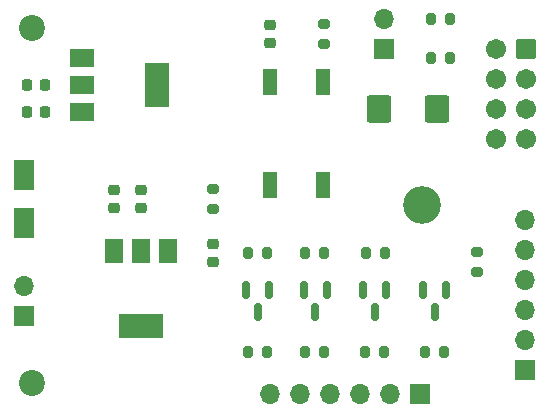
<source format=gts>
%TF.GenerationSoftware,KiCad,Pcbnew,6.0.11*%
%TF.CreationDate,2024-08-04T21:37:39+01:00*%
%TF.ProjectId,ESPboard,45535062-6f61-4726-942e-6b696361645f,rev?*%
%TF.SameCoordinates,PX87a6900PY5d04800*%
%TF.FileFunction,Soldermask,Top*%
%TF.FilePolarity,Negative*%
%FSLAX46Y46*%
G04 Gerber Fmt 4.6, Leading zero omitted, Abs format (unit mm)*
G04 Created by KiCad (PCBNEW 6.0.11) date 2024-08-04 21:37:39*
%MOMM*%
%LPD*%
G01*
G04 APERTURE LIST*
G04 Aperture macros list*
%AMRoundRect*
0 Rectangle with rounded corners*
0 $1 Rounding radius*
0 $2 $3 $4 $5 $6 $7 $8 $9 X,Y pos of 4 corners*
0 Add a 4 corners polygon primitive as box body*
4,1,4,$2,$3,$4,$5,$6,$7,$8,$9,$2,$3,0*
0 Add four circle primitives for the rounded corners*
1,1,$1+$1,$2,$3*
1,1,$1+$1,$4,$5*
1,1,$1+$1,$6,$7*
1,1,$1+$1,$8,$9*
0 Add four rect primitives between the rounded corners*
20,1,$1+$1,$2,$3,$4,$5,0*
20,1,$1+$1,$4,$5,$6,$7,0*
20,1,$1+$1,$6,$7,$8,$9,0*
20,1,$1+$1,$8,$9,$2,$3,0*%
G04 Aperture macros list end*
%ADD10C,3.200000*%
%ADD11RoundRect,0.102000X-0.750000X0.750000X-0.750000X-0.750000X0.750000X-0.750000X0.750000X0.750000X0*%
%ADD12C,1.704000*%
%ADD13R,1.700000X1.700000*%
%ADD14O,1.700000X1.700000*%
%ADD15RoundRect,0.225000X0.225000X0.250000X-0.225000X0.250000X-0.225000X-0.250000X0.225000X-0.250000X0*%
%ADD16RoundRect,0.225000X-0.250000X0.225000X-0.250000X-0.225000X0.250000X-0.225000X0.250000X0.225000X0*%
%ADD17R,1.500000X2.000000*%
%ADD18R,3.800000X2.000000*%
%ADD19RoundRect,0.250000X0.787500X0.925000X-0.787500X0.925000X-0.787500X-0.925000X0.787500X-0.925000X0*%
%ADD20RoundRect,0.218750X-0.256250X0.218750X-0.256250X-0.218750X0.256250X-0.218750X0.256250X0.218750X0*%
%ADD21RoundRect,0.150000X-0.150000X0.587500X-0.150000X-0.587500X0.150000X-0.587500X0.150000X0.587500X0*%
%ADD22RoundRect,0.200000X-0.200000X-0.275000X0.200000X-0.275000X0.200000X0.275000X-0.200000X0.275000X0*%
%ADD23RoundRect,0.200000X0.200000X0.275000X-0.200000X0.275000X-0.200000X-0.275000X0.200000X-0.275000X0*%
%ADD24C,2.200000*%
%ADD25R,1.800000X2.500000*%
%ADD26RoundRect,0.225000X0.250000X-0.225000X0.250000X0.225000X-0.250000X0.225000X-0.250000X-0.225000X0*%
%ADD27RoundRect,0.200000X0.275000X-0.200000X0.275000X0.200000X-0.275000X0.200000X-0.275000X-0.200000X0*%
%ADD28RoundRect,0.200000X-0.275000X0.200000X-0.275000X-0.200000X0.275000X-0.200000X0.275000X0.200000X0*%
%ADD29R,2.000000X1.500000*%
%ADD30R,2.000000X3.800000*%
%ADD31R,1.300000X2.250000*%
G04 APERTURE END LIST*
D10*
X36000000Y-18000000D03*
D11*
X44776000Y-4826000D03*
D12*
X44776000Y-7366000D03*
X44776000Y-9906000D03*
X44776000Y-12446000D03*
X42236000Y-4826000D03*
X42236000Y-7366000D03*
X42236000Y-9906000D03*
X42236000Y-12446000D03*
D13*
X32766000Y-4844000D03*
D14*
X32766000Y-2304000D03*
D15*
X4077000Y-7874000D03*
X2527000Y-7874000D03*
D16*
X23114000Y-2794000D03*
X23114000Y-4344000D03*
D13*
X2286000Y-27432000D03*
D14*
X2286000Y-24892000D03*
D17*
X14492000Y-21957500D03*
D18*
X12192000Y-28257500D03*
D17*
X12192000Y-21957500D03*
X9892000Y-21957500D03*
D19*
X37260500Y-9906000D03*
X32335500Y-9906000D03*
D20*
X18288000Y-21310500D03*
X18288000Y-22885500D03*
D21*
X32954000Y-25224500D03*
X31054000Y-25224500D03*
X32004000Y-27099500D03*
D22*
X26099000Y-30480000D03*
X27749000Y-30480000D03*
D23*
X27749000Y-22098000D03*
X26099000Y-22098000D03*
D24*
X3000000Y-3000000D03*
D22*
X21273000Y-30480000D03*
X22923000Y-30480000D03*
D13*
X44704000Y-32004000D03*
D14*
X44704000Y-29464000D03*
X44704000Y-26924000D03*
X44704000Y-24384000D03*
X44704000Y-21844000D03*
X44704000Y-19304000D03*
D25*
X2286000Y-15521000D03*
X2286000Y-19521000D03*
D13*
X35814000Y-34036000D03*
D14*
X33274000Y-34036000D03*
X30734000Y-34036000D03*
X28194000Y-34036000D03*
X25654000Y-34036000D03*
X23114000Y-34036000D03*
D21*
X38034000Y-25224500D03*
X36134000Y-25224500D03*
X37084000Y-27099500D03*
D22*
X36259000Y-30480000D03*
X37909000Y-30480000D03*
D23*
X38417000Y-5588000D03*
X36767000Y-5588000D03*
D26*
X12192000Y-18301000D03*
X12192000Y-16751000D03*
D23*
X32892000Y-22098000D03*
X31242000Y-22098000D03*
D27*
X40640000Y-23685000D03*
X40640000Y-22035000D03*
D21*
X23048000Y-25224500D03*
X21148000Y-25224500D03*
X22098000Y-27099500D03*
D23*
X38417000Y-2286000D03*
X36767000Y-2286000D03*
D22*
X31179000Y-30480000D03*
X32829000Y-30480000D03*
D26*
X9906000Y-18301000D03*
X9906000Y-16751000D03*
D23*
X22923000Y-22098000D03*
X21273000Y-22098000D03*
D27*
X18288000Y-18351000D03*
X18288000Y-16701000D03*
D24*
X3000000Y-33068000D03*
D28*
X27686000Y-2744000D03*
X27686000Y-4394000D03*
D15*
X4077000Y-10160000D03*
X2527000Y-10160000D03*
D29*
X7264000Y-5574000D03*
X7264000Y-7874000D03*
D30*
X13564000Y-7874000D03*
D29*
X7264000Y-10174000D03*
D21*
X27937000Y-25224500D03*
X26037000Y-25224500D03*
X26987000Y-27099500D03*
D31*
X23150000Y-16326000D03*
X23150000Y-7576000D03*
X27650000Y-7576000D03*
X27650000Y-16326000D03*
M02*

</source>
